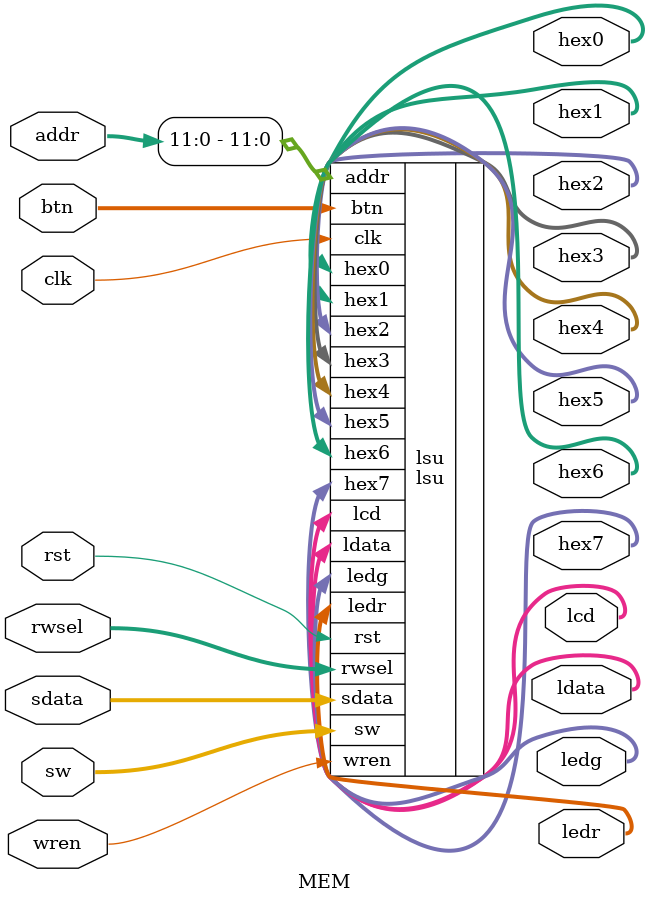
<source format=sv>
module MEM (
  input         clk, rst,
  input  [31:0] addr,
  input  [31:0] sdata,
  input         wren,
  input  [31:0] sw, btn,
  input  [2:0]  rwsel,
  output [31:0] ldata,
  output [31:0] hex0, hex1, hex2, hex3, hex4, hex5, hex6, hex7, ledr, ledg, lcd
);

  lsu lsu (
    .clk  (clk),
    .rst  (rst),
    .addr (addr[11:0]),
    .sdata(sdata),
    .wren (wren),
    .sw   (sw),
    .btn  (btn),
    .rwsel(rwsel),
    .ldata(ldata),
    .hex0 (hex0),
    .hex1 (hex1),
    .hex2 (hex2),
    .hex3 (hex3),
    .hex4 (hex4),
    .hex5 (hex5),
    .hex6 (hex6),
    .hex7 (hex7),
    .ledr (ledr),
    .ledg (ledg),
    .lcd  (lcd)
);

endmodule

</source>
